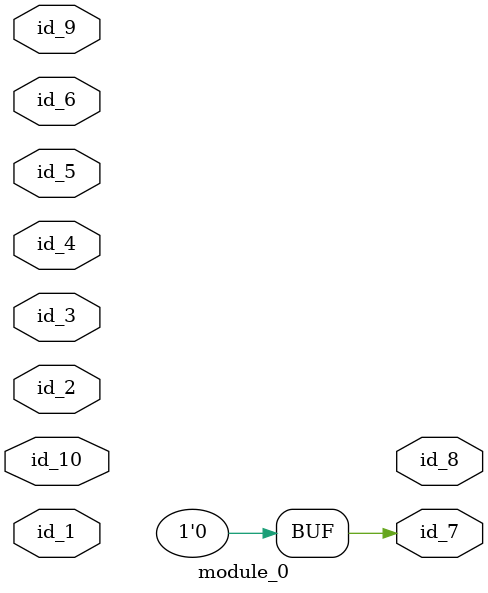
<source format=v>
`timescale 1 ps / 1 ps
module module_0 (
    id_1,
    id_2,
    id_3,
    id_4,
    id_5,
    id_6,
    id_7,
    id_8,
    id_9,
    id_10
);
  input id_10;
  inout id_9;
  output id_8;
  output id_7;
  inout id_6;
  input id_5;
  input id_4;
  inout id_3;
  input id_2;
  inout id_1;
  assign id_7 = 1'b0;
endmodule

</source>
